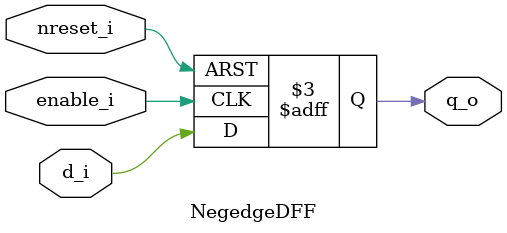
<source format=v>
module PosedgeDFF( //posedge triggered
    input d_i,
    input enable_i,
    input nreset_i, // asynchronous low level reset
    output reg q_o
    );

    always @(posedge enable_i or negedge nreset_i) begin
        if (nreset_i == 1'b0)
            q_o <= 1'b0;
    
        else 
            q_o <= d_i;
    end
endmodule

module NegedgeDFF( 
    input d_i,
    input enable_i,
    input nreset_i, // asynchronous low level reset
    output reg q_o
    );

    always @(negedge enable_i or negedge nreset_i) begin
        if (nreset_i == 1'b0)
            q_o <= 1'b0;
    
        else 
            q_o <= d_i;
    end
endmodule


</source>
